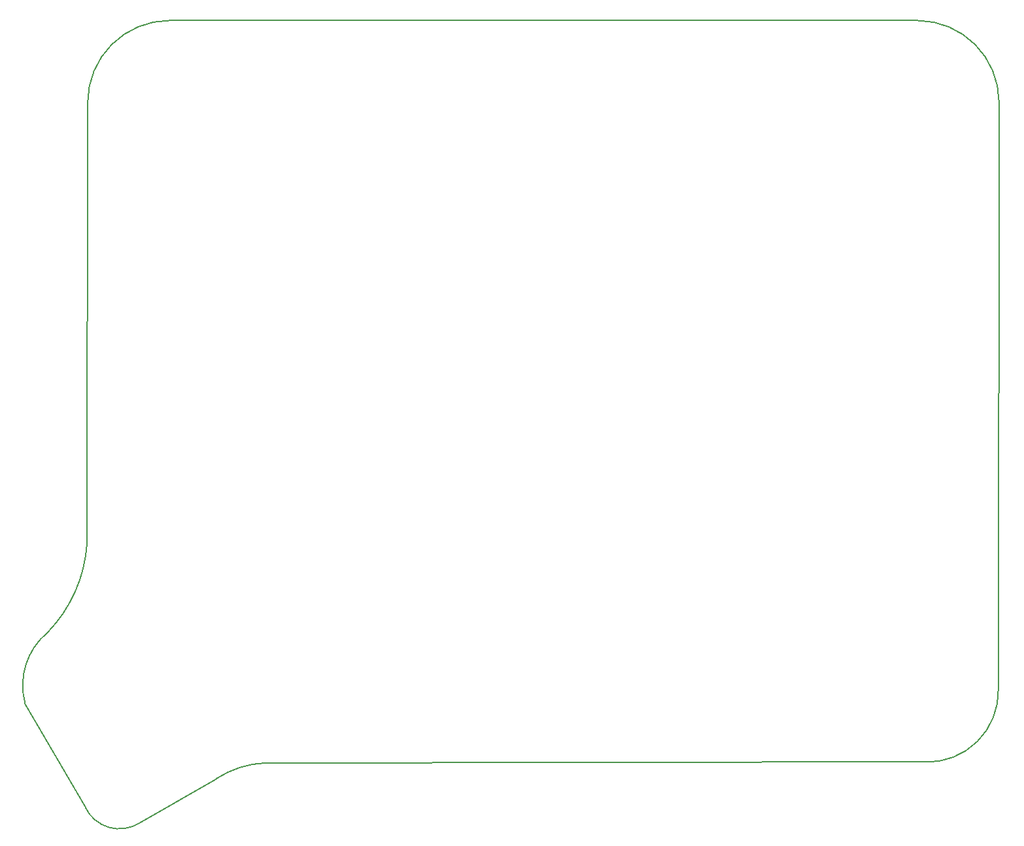
<source format=gm1>
%TF.GenerationSoftware,KiCad,Pcbnew,(6.0.5)*%
%TF.CreationDate,2022-06-01T14:16:02+01:00*%
%TF.ProjectId,Project Fauxbow - top Plate,50726f6a-6563-4742-9046-617578626f77,rev?*%
%TF.SameCoordinates,Original*%
%TF.FileFunction,Profile,NP*%
%FSLAX46Y46*%
G04 Gerber Fmt 4.6, Leading zero omitted, Abs format (unit mm)*
G04 Created by KiCad (PCBNEW (6.0.5)) date 2022-06-01 14:16:02*
%MOMM*%
%LPD*%
G01*
G04 APERTURE LIST*
%TA.AperFunction,Profile*%
%ADD10C,0.200000*%
%TD*%
G04 APERTURE END LIST*
D10*
X145597667Y-107500001D02*
X145695333Y-50295333D01*
X145397686Y-141699992D02*
G75*
G03*
X152360496Y-143725456I4394714J2126892D01*
G01*
X263597673Y-126400001D02*
X263690665Y-50295333D01*
X140497669Y-119000003D02*
G75*
G03*
X145597667Y-107500001I-13072359J12678173D01*
G01*
X168797667Y-135900001D02*
X254097673Y-135800001D01*
X156295333Y-39695333D02*
X253090665Y-39695333D01*
X152360496Y-143725456D02*
X162240262Y-138016486D01*
X168797667Y-135900010D02*
G75*
G03*
X162240262Y-138016486I550133J-12920990D01*
G01*
X145397667Y-141700001D02*
X137593000Y-128195333D01*
X263690667Y-50295333D02*
G75*
G03*
X253090665Y-39695333I-10600067J-67D01*
G01*
X156295333Y-39695333D02*
G75*
G03*
X145695333Y-50295333I-3J-10599997D01*
G01*
X254097673Y-135800001D02*
G75*
G03*
X263597673Y-126400001I302167J9195151D01*
G01*
X140497674Y-119000010D02*
G75*
G03*
X137593000Y-128195333I5663926J-6845590D01*
G01*
M02*

</source>
